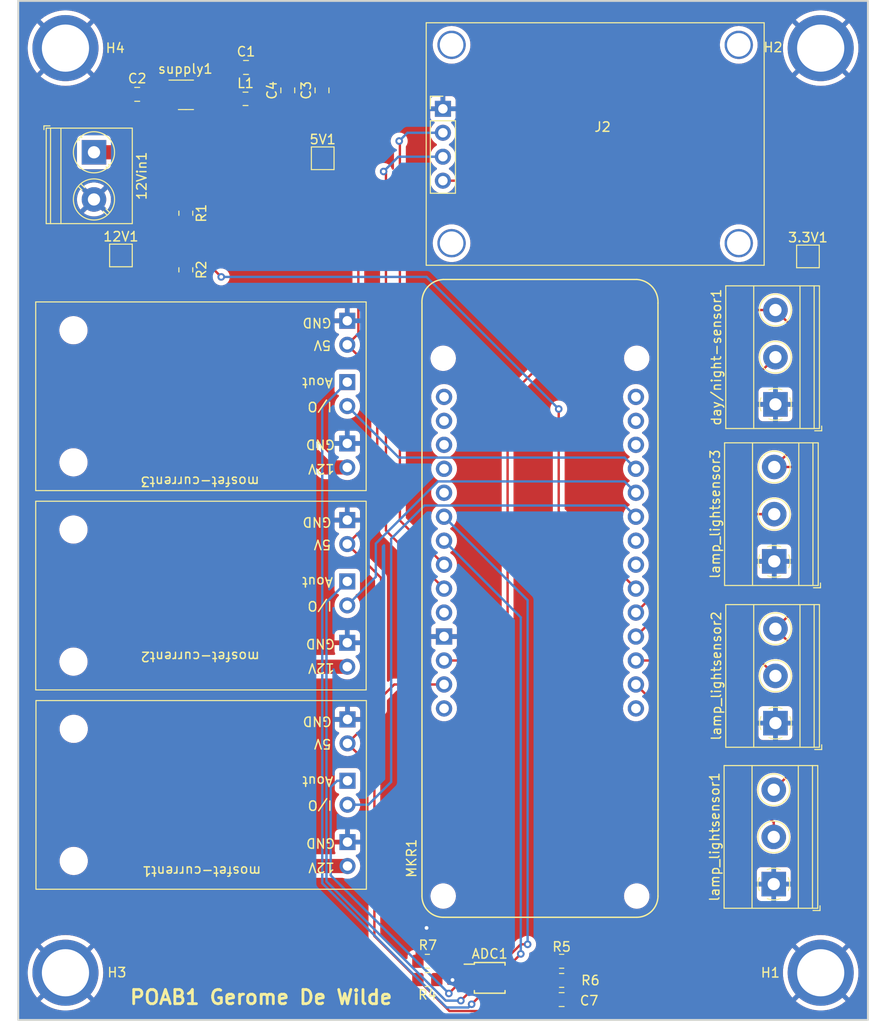
<source format=kicad_pcb>
(kicad_pcb (version 20221018) (generator pcbnew)
  (layers (0 "F.Cu" signal) (31 "B.Cu" signal) (34 "B.Paste" user) (35 "F.Paste" user) (36 "B.SilkS" user "B.Silkscreen") (37 "F.SilkS" user "F.Silkscreen") (38 "B.Mask" user) (39 "F.Mask" user) (44 "Edge.Cuts" user))
  (net 0 "")
  (net 1 "GND")
  (net 2 "VDD")
  (net 3 "VSS")
  (net 4 "/LV3")
  (net 5 "+3.3V")
  (net 6 "/LV2")
  (net 7 "/LV1")
  (net 8 "/LV4")
  (net 9 "Net-(ADC1-ADDR)")
  (net 10 "Net-(ADC1-ALERT{slash}RDY)")
  (net 11 "/SCL")
  (net 12 "/SDA")
  (net 13 "/MF1")
  (net 14 "/CS1")
  (net 15 "/MF2")
  (net 16 "/CS2")
  (net 17 "/MF3")
  (net 18 "/CS3")
  (net 20 "/VM1")
  (net 21 "/TX")
  (net 22 "/RX")
  (net 23 "Net-(supply1-BST)")
  (net 37 "Net-(supply1-SW)")
  (footprint "MountingHole:MountingHole_3.5mm_Pad" (layer "F.Cu") (at 30 153)
    (fp_text reference "H3" (at 5.45 -0.025) (layer "F.SilkS"))
    (fp_text value "MountingHole_Pad")
    (pad "1" thru_hole circle (at 0 0) (size 7 7) (drill 5) (layers "*.Cu" "*.Mask") (net 1 "GND"))
  )
  (footprint "MountingHole:MountingHole_3.5mm_Pad" (layer "F.Cu") (at 110 55)
    (fp_text reference "H2" (at -5.05 -0.075) (layer "F.SilkS"))
    (fp_text value "MountingHole_Pad")
    (pad "1" thru_hole circle (at 0 0) (size 7 7) (drill 5) (layers "*.Cu" "*.Mask") (net 1 "GND"))
  )
  (footprint "Package_SO:TSSOP-10_3x3mm_P0.5mm" (layer "F.Cu") (at 74.939 153.543)
    (fp_text reference "ADC1" (at 0 -2.55) (layer "F.SilkS"))
    (fp_text value "ADS1115IDGS")
    (pad "1" smd rect (at -2.15 -1) (size 1.1 0.25) (layers "F.Cu" "F.Paste" "F.Mask") (net 9 "Net-(ADC1-ADDR)"))
    (pad "2" smd rect (at -2.15 -0.5) (size 1.1 0.25) (layers "F.Cu" "F.Paste" "F.Mask") (net 10 "Net-(ADC1-ALERT{slash}RDY)"))
    (pad "3" smd rect (at -2.15 0) (size 1.1 0.25) (layers "F.Cu" "F.Paste" "F.Mask") (net 1 "GND"))
    (pad "4" smd rect (at -2.15 0.5) (size 1.1 0.25) (layers "F.Cu" "F.Paste" "F.Mask") (net 14 "/CS1"))
    (pad "5" smd rect (at -2.15 1) (size 1.1 0.25) (layers "F.Cu" "F.Paste" "F.Mask") (net 16 "/CS2"))
    (pad "6" smd rect (at 2.15 1) (size 1.1 0.25) (layers "F.Cu" "F.Paste" "F.Mask") (net 18 "/CS3"))
    (pad "7" smd rect (at 2.15 0.5) (size 1.1 0.25) (layers "F.Cu" "F.Paste" "F.Mask"))
    (pad "8" smd rect (at 2.15 0) (size 1.1 0.25) (layers "F.Cu" "F.Paste" "F.Mask") (net 3 "VSS"))
    (pad "9" smd rect (at 2.15 -0.5) (size 1.1 0.25) (layers "F.Cu" "F.Paste" "F.Mask") (net 12 "/SDA"))
    (pad "10" smd rect (at 2.15 -1) (size 1.1 0.25) (layers "F.Cu" "F.Paste" "F.Mask") (net 11 "/SCL"))
  )
  (footprint "Resistor_SMD:R_0805_2012Metric_Pad1.20x1.40mm_HandSolder" (layer "F.Cu") (at 82.559 153.813 180)
    (fp_text reference "R6" (at -3.048 0) (layer "F.SilkS"))
    (fp_text value "R_Small")
    (pad "1" smd roundrect (at -1 0 180) (size 1.2 1.4) (layers "F.Cu" "F.Paste" "F.Mask") (roundrect_rratio 0.2083333333) (net 3 "VSS"))
    (pad "2" smd roundrect (at 1 0 180) (size 1.2 1.4) (layers "F.Cu" "F.Paste" "F.Mask") (roundrect_rratio 0.2083333333) (net 12 "/SDA"))
  )
  (footprint "TerminalBlock_Phoenix:TerminalBlock_Phoenix_MKDS-1,5-3_1x03_P5.00mm_Horizontal" (layer "F.Cu") (at 105.029 143.604 90)
    (fp_text reference "lamp_lightsensor1" (at 5 -6.26 90) (layer "F.SilkS"))
    (fp_text value "Conn_01x03_Pin")
    (pad "1" thru_hole rect (at 0 0 90) (size 2.6 2.6) (drill 1.3) (layers "*.Cu" "*.Mask") (net 1 "GND"))
    (pad "2" thru_hole circle (at 5 0 90) (size 2.6 2.6) (drill 1.3) (layers "*.Cu" "*.Mask") (net 7 "/LV1"))
    (pad "3" thru_hole circle (at 10 0 90) (size 2.6 2.6) (drill 1.3) (layers "*.Cu" "*.Mask") (net 5 "+3.3V"))
  )
  (footprint "TerminalBlock_Phoenix:TerminalBlock_Phoenix_MKDS-1,5-3_1x03_P5.00mm_Horizontal" (layer "F.Cu") (at 105.207 92.757 90)
    (fp_text reference "day/night-sensor1" (at 5 -6.26 90) (layer "F.SilkS"))
    (fp_text value "Conn_01x03_Pin")
    (pad "1" thru_hole rect (at 0 0 90) (size 2.6 2.6) (drill 1.3) (layers "*.Cu" "*.Mask") (net 1 "GND"))
    (pad "2" thru_hole circle (at 5 0 90) (size 2.6 2.6) (drill 1.3) (layers "*.Cu" "*.Mask") (net 8 "/LV4"))
    (pad "3" thru_hole circle (at 10 0 90) (size 2.6 2.6) (drill 1.3) (layers "*.Cu" "*.Mask") (net 5 "+3.3V"))
  )
  (footprint "Resistor_SMD:R_0805_2012Metric_Pad1.20x1.40mm_HandSolder" (layer "F.Cu") (at 42.75 78.5 -90)
    (fp_text reference "R2" (at 0 -1.65 90) (layer "F.SilkS"))
    (fp_text value "10K")
    (pad "1" smd roundrect (at -1 0 270) (size 1.2 1.4) (layers "F.Cu" "F.Paste" "F.Mask") (roundrect_rratio 0.2083333333) (net 20 "/VM1"))
    (pad "2" smd roundrect (at 1 0 270) (size 1.2 1.4) (layers "F.Cu" "F.Paste" "F.Mask") (roundrect_rratio 0.2083333333) (net 1 "GND"))
  )
  (footprint "own_footprints:mosfet-current" (layer "F.Cu") (at 44.35 113.025 180)
    (fp_text reference "mosfet-current2" (at 0.075 -6.46 180 unlocked) (layer "F.SilkS"))
    (fp_text value "~")
    (fp_text user "GND" (at -14.2748 -4.5212 180 unlocked) (layer "F.SilkS") (effects (justify left bottom)))
    (fp_text user "I/O" (at -13.97 -0.508 180 unlocked) (layer "F.SilkS") (effects (justify left bottom)))
    (fp_text user "12V" (at -14.224 -7.112 180 unlocked) (layer "F.SilkS") (effects (justify left bottom)))
    (fp_text user "GND" (at -13.9192 8.382 180 unlocked) (layer "F.SilkS") (effects (justify left bottom)))
    (fp_text user "Aout" (at -14.0716 2.032 180 unlocked) (layer "F.SilkS") (effects (justify left bottom)))
    (fp_text user "5V" (at -13.8684 5.9944 180 unlocked) (layer "F.SilkS") (effects (justify left bottom)))
    (pad "" np_thru_hole circle (at 13.5 -7 180) (size 2.5 2.5) (drill 2.5) (layers "F&B.Cu" "*.Mask"))
    (pad "" np_thru_hole circle (at 13.5 7 180) (size 2.5 2.5) (drill 2.5) (layers "F&B.Cu" "*.Mask"))
    (pad "1" thru_hole oval (at -15.5 -7.54 180) (size 1.7 1.7) (drill 1) (layers "*.Cu" "*.Mask") (net 2 "VDD"))
    (pad "2" thru_hole rect (at -15.5 -5 180) (size 1.7 1.7) (drill 1) (layers "*.Cu" "*.Mask") (net 1 "GND"))
    (pad "3" thru_hole oval (at -15.5 -1.04 180) (size 1.7 1.7) (drill 1) (layers "*.Cu" "*.Mask") (net 15 "/MF2"))
    (pad "4" thru_hole rect (at -15.5 1.5 180) (size 1.7 1.7) (drill 1) (layers "*.Cu" "*.Mask") (net 16 "/CS2"))
    (pad "5" thru_hole oval (at -15.5 5.46 180) (size 1.7 1.7) (drill 1) (layers "*.Cu" "*.Mask") (net 3 "VSS"))
    (pad "6" thru_hole rect (at -15.5 8 180) (size 1.7 1.7) (drill 1) (layers "*.Cu" "*.Mask") (net 1 "GND"))
  )
  (footprint "Capacitor_SMD:C_0805_2012Metric_Pad1.18x1.45mm_HandSolder" (layer "F.Cu") (at 49.125 57.05)
    (fp_text reference "C1" (at 0 -1.68) (layer "F.SilkS"))
    (fp_text value "100nF")
    (pad "1" smd roundrect (at -1.0375 0) (size 1.175 1.45) (layers "F.Cu" "F.Paste" "F.Mask") (roundrect_rratio 0.2127659574) (net 23 "Net-(supply1-BST)"))
    (pad "2" smd roundrect (at 1.0375 0) (size 1.175 1.45) (layers "F.Cu" "F.Paste" "F.Mask") (roundrect_rratio 0.2127659574) (net 37 "Net-(supply1-SW)"))
  )
  (footprint "MountingHole:MountingHole_3.5mm_Pad" (layer "F.Cu") (at 30 55)
    (fp_text reference "H4" (at 5.275 0) (layer "F.SilkS"))
    (fp_text value "MountingHole_Pad")
    (pad "1" thru_hole circle (at 0 0) (size 7 7) (drill 5) (layers "*.Cu" "*.Mask") (net 1 "GND"))
  )
  (footprint "TerminalBlock_Phoenix:TerminalBlock_Phoenix_MKDS-1,5-3_1x03_P5.00mm_Horizontal" (layer "F.Cu") (at 105.207 126.539 90)
    (fp_text reference "lamp_lightsensor2" (at 5 -6.26 90) (layer "F.SilkS"))
    (fp_text value "Conn_01x03_Pin")
    (pad "1" thru_hole rect (at 0 0 90) (size 2.6 2.6) (drill 1.3) (layers "*.Cu" "*.Mask") (net 1 "GND"))
    (pad "2" thru_hole circle (at 5 0 90) (size 2.6 2.6) (drill 1.3) (layers "*.Cu" "*.Mask") (net 6 "/LV2"))
    (pad "3" thru_hole circle (at 10 0 90) (size 2.6 2.6) (drill 1.3) (layers "*.Cu" "*.Mask") (net 5 "+3.3V"))
  )
  (footprint "TestPoint:TestPoint_Pad_2.0x2.0mm" (layer "F.Cu") (at 35.875 76.975)
    (fp_text reference "12V1" (at 0 -1.998) (layer "F.SilkS"))
    (fp_text value "12V")
    (pad "1" smd rect (at 0 0) (size 2 2) (layers "F.Cu" "F.Mask") (net 2 "VDD"))
  )
  (footprint "TerminalBlock_Phoenix:TerminalBlock_Phoenix_PT-1,5-2-5.0-H_1x02_P5.00mm_Horizontal" (layer "F.Cu") (at 33.02 66.04 -90)
    (fp_text reference "12Vin1" (at 2.5 -5.06 -90) (layer "F.SilkS"))
    (fp_text value "Screw_Terminal_01x02")
    (pad "1" thru_hole rect (at 0 0 270) (size 2.6 2.6) (drill 1.3) (layers "*.Cu" "*.Mask") (net 2 "VDD"))
    (pad "2" thru_hole circle (at 5 0 270) (size 2.6 2.6) (drill 1.3) (layers "*.Cu" "*.Mask") (net 1 "GND"))
  )
  (footprint "Inductor_SMD:L_0805_2012Metric_Pad1.15x1.40mm_HandSolder" (layer "F.Cu") (at 49.075 60.375)
    (fp_text reference "L1" (at 0 -1.65) (layer "F.SilkS"))
    (fp_text value "4.7µH")
    (pad "1" smd roundrect (at -1.025 0) (size 1.15 1.4) (layers "F.Cu" "F.Paste" "F.Mask") (roundrect_rratio 0.2173913043) (net 37 "Net-(supply1-SW)"))
    (pad "2" smd roundrect (at 1.025 0) (size 1.15 1.4) (layers "F.Cu" "F.Paste" "F.Mask") (roundrect_rratio 0.2173913043) (net 3 "VSS"))
  )
  (footprint "Resistor_SMD:R_0805_2012Metric_Pad1.20x1.40mm_HandSolder" (layer "F.Cu") (at 68.335 151.781 180)
    (fp_text reference "R7" (at -0.0508 1.7018) (layer "F.SilkS"))
    (fp_text value "R_Small")
    (pad "1" smd roundrect (at -1 0 180) (size 1.2 1.4) (layers "F.Cu" "F.Paste" "F.Mask") (roundrect_rratio 0.2083333333) (net 9 "Net-(ADC1-ADDR)"))
    (pad "2" smd roundrect (at 1 0 180) (size 1.2 1.4) (layers "F.Cu" "F.Paste" "F.Mask") (roundrect_rratio 0.2083333333) (net 1 "GND"))
  )
  (footprint "Capacitor_SMD:C_0805_2012Metric_Pad1.18x1.45mm_HandSolder" (layer "F.Cu") (at 57.175 59.475 90)
    (fp_text reference "C3" (at 0 -1.68 90) (layer "F.SilkS"))
    (fp_text value "22µF")
    (pad "1" smd roundrect (at -1.0375 0 90) (size 1.175 1.45) (layers "F.Cu" "F.Paste" "F.Mask") (roundrect_rratio 0.2127659574) (net 1 "GND"))
    (pad "2" smd roundrect (at 1.0375 0 90) (size 1.175 1.45) (layers "F.Cu" "F.Paste" "F.Mask") (roundrect_rratio 0.2127659574) (net 3 "VSS"))
  )
  (footprint "TerminalBlock_Phoenix:TerminalBlock_Phoenix_MKDS-1,5-3_1x03_P5.00mm_Horizontal" (layer "F.Cu") (at 105.08 109.394 90)
    (fp_text reference "lamp_lightsensor3" (at 5 -6.26 90) (layer "F.SilkS"))
    (fp_text value "Conn_01x03_Pin")
    (pad "1" thru_hole rect (at 0 0 90) (size 2.6 2.6) (drill 1.3) (layers "*.Cu" "*.Mask") (net 1 "GND"))
    (pad "2" thru_hole circle (at 5 0 90) (size 2.6 2.6) (drill 1.3) (layers "*.Cu" "*.Mask") (net 4 "/LV3"))
    (pad "3" thru_hole circle (at 10 0 90) (size 2.6 2.6) (drill 1.3) (layers "*.Cu" "*.Mask") (net 5 "+3.3V"))
  )
  (footprint "own_footprints:mosfet-current" (layer "F.Cu") (at 44.375 134.15 180)
    (fp_text reference "mosfet-current1" (at -0.05 -8.08 180 unlocked) (layer "F.SilkS"))
    (fp_text value "~")
    (fp_text user "Aout" (at -14.0716 2.032 180 unlocked) (layer "F.SilkS") (effects (justify left bottom)))
    (fp_text user "5V" (at -13.8684 5.9944 180 unlocked) (layer "F.SilkS") (effects (justify left bottom)))
    (fp_text user "GND" (at -13.9192 8.382 180 unlocked) (layer "F.SilkS") (effects (justify left bottom)))
    (fp_text user "GND" (at -14.2748 -4.5212 180 unlocked) (layer "F.SilkS") (effects (justify left bottom)))
    (fp_text user "I/O" (at -13.97 -0.508 180 unlocked) (layer "F.SilkS") (effects (justify left bottom)))
    (fp_text user "12V" (at -14.224 -7.112 180 unlocked) (layer "F.SilkS") (effects (justify left bottom)))
    (pad "" np_thru_hole circle (at 13.5 -7 180) (size 2.5 2.5) (drill 2.5) (layers "F&B.Cu" "*.Mask"))
    (pad "" np_thru_hole circle (at 13.5 7 180) (size 2.5 2.5) (drill 2.5) (layers "F&B.Cu" "*.Mask"))
    (pad "1" thru_hole oval (at -15.5 -7.54 180) (size 1.7 1.7) (drill 1) (layers "*.Cu" "*.Mask") (net 2 "VDD"))
    (pad "2" thru_hole rect (at -15.5 -5 180) (size 1.7 1.7) (drill 1) (layers "*.Cu" "*.Mask") (net 1 "GND"))
    (pad "3" thru_hole oval (at -15.5 -1.04 180) (size 1.7 1.7) (drill 1) (layers "*.Cu" "*.Mask") (net 13 "/MF1"))
    (pad "4" thru_hole rect (at -15.5 1.5 180) (size 1.7 1.7) (drill 1) (layers "*.Cu" "*.Mask") (net 14 "/CS1"))
    (pad "5" thru_hole oval (at -15.5 5.46 180) (size 1.7 1.7) (drill 1) (layers "*.Cu" "*.Mask") (net 3 "VSS"))
    (pad "6" thru_hole rect (at -15.5 8 180) (size 1.7 1.7) (drill 1) (layers "*.Cu" "*.Mask") (net 1 "GND"))
  )
  (footprint "Resistor_SMD:R_0805_2012Metric_Pad1.20x1.40mm_HandSolder" (layer "F.Cu") (at 42.75 72.5 -90)
    (fp_text reference "R1" (at 0 -1.65 90) (layer "F.SilkS"))
    (fp_text value "36K")
    (pad "1" smd roundrect (at -1 0 270) (size 1.2 1.4) (layers "F.Cu" "F.Paste" "F.Mask") (roundrect_rratio 0.2083333333) (net 2 "VDD"))
    (pad "2" smd roundrect (at 1 0 270) (size 1.2 1.4) (layers "F.Cu" "F.Paste" "F.Mask") (roundrect_rratio 0.2083333333) (net 20 "/VM1"))
  )
  (footprint "Resistor_SMD:R_0805_2012Metric_Pad1.20x1.40mm_HandSolder" (layer "F.Cu") (at 68.335 153.7208)
    (fp_text reference "R4" (at 0 1.6162) (layer "F.SilkS"))
    (fp_text value "R_Small")
    (pad "1" smd roundrect (at -1 0) (size 1.2 1.4) (layers "F.Cu" "F.Paste" "F.Mask") (roundrect_rratio 0.2083333333) (net 3 "VSS"))
    (pad "2" smd roundrect (at 1 0) (size 1.2 1.4) (layers "F.Cu" "F.Paste" "F.Mask") (roundrect_rratio 0.2083333333) (net 10 "Net-(ADC1-ALERT{slash}RDY)"))
  )
  (footprint "TestPoint:TestPoint_Pad_2.0x2.0mm" (layer "F.Cu") (at 57.25 66.675)
    (fp_text reference "5V1" (at 0 -1.998) (layer "F.SilkS"))
    (fp_text value "5V")
    (pad "1" smd rect (at 0 0) (size 2 2) (layers "F.Cu" "F.Mask") (net 3 "VSS"))
  )
  (footprint "Capacitor_SMD:C_0805_2012Metric_Pad1.18x1.45mm_HandSolder" (layer "F.Cu") (at 37.6 59.9)
    (fp_text reference "C2" (at 0 -1.68) (layer "F.SilkS"))
    (fp_text value "10µF")
    (pad "1" smd roundrect (at -1.0375 0) (size 1.175 1.45) (layers "F.Cu" "F.Paste" "F.Mask") (roundrect_rratio 0.2127659574) (net 1 "GND"))
    (pad "2" smd roundrect (at 1.0375 0) (size 1.175 1.45) (layers "F.Cu" "F.Paste" "F.Mask") (roundrect_rratio 0.2127659574) (net 2 "VDD"))
  )
  (footprint "MountingHole:MountingHole_3.5mm_Pad" (layer "F.Cu") (at 110 153)
    (fp_text reference "H1" (at -5.334 0) (layer "F.SilkS"))
    (fp_text value "MountingHole_Pad")
    (pad "1" thru_hole circle (at 0 0) (size 7 7) (drill 5) (layers "*.Cu" "*.Mask") (net 1 "GND"))
  )
  (footprint "own_footprints:GYS-GPS" (layer "F.Cu") (at 86.112 65.165)
    (fp_text reference "J2" (at 0.7874 -1.8062 unlocked) (layer "F.SilkS"))
    (fp_text value "GPS")
    (pad "" np_thru_hole circle (at -15.21 -10.51) (size 3 3) (drill 2.5) (layers "F&B.Cu" "*.Mask"))
    (pad "" np_thru_hole circle (at -15.21 10.51) (size 3 3) (drill 2.5) (layers "F&B.Cu" "*.Mask"))
    (pad "" np_thru_hole circle (at 15.21 -10.51) (size 3 3) (drill 2.5) (layers "F&B.Cu" "*.Mask"))
    (pad "" np_thru_hole circle (at 15.21 10.51) (size 3 3) (drill 2.5) (layers "F&B.Cu" "*.Mask"))
    (pad "1" thru_hole rect (at -16.129 -3.7338) (size 1.7 1.7) (drill 1) (layers "*.Cu" "*.Mask") (net 1 "GND"))
    (pad "2" thru_hole oval (at -16.129 -1.1938) (size 1.7 1.7) (drill 1) (layers "*.Cu" "*.Mask") (net 21 "/TX"))
    (pad "3" thru_hole oval (at -16.129 1.3462) (size 1.7 1.7) (drill 1) (layers "*.Cu" "*.Mask") (net 22 "/RX"))
    (pad "4" thru_hole oval (at -16.129 3.8862) (size 1.7 1.7) (drill 1) (layers "*.Cu" "*.Mask") (net 5 "+3.3V"))
  )
  (footprint "own_footprints:mosfet-current" (layer "F.Cu") (at 44.35 91.9 180)
    (fp_text reference "mosfet-current3" (at 0.1 -9.025 180 unlocked) (layer "F.SilkS"))
    (fp_text value "~")
    (fp_text user "5V" (at -13.8684 5.9944 180 unlocked) (layer "F.SilkS") (effects (justify left bottom)))
    (fp_text user "12V" (at -14.224 -7.112 180 unlocked) (layer "F.SilkS") (effects (justify left bottom)))
    (fp_text user "Aout" (at -14.0716 2.032 180 unlocked) (layer "F.SilkS") (effects (justify left bottom)))
    (fp_text user "GND" (at -14.2748 -4.5212 180 unlocked) (layer "F.SilkS") (effects (justify left bottom)))
    (fp_text user "GND" (at -13.9192 8.382 180 unlocked) (layer "F.SilkS") (effects (justify left bottom)))
    (fp_text user "I/O" (at -13.97 -0.508 180 unlocked) (layer "F.SilkS") (effects (justify left bottom)))
    (pad "" np_thru_hole circle (at 13.5 -7 180) (size 2.5 2.5) (drill 2.5) (layers "F&B.Cu" "*.Mask"))
    (pad "" np_thru_hole circle (at 13.5 7 180) (size 2.5 2.5) (drill 2.5) (layers "F&B.Cu" "*.Mask"))
    (pad "1" thru_hole oval (at -15.5 -7.54 180) (size 1.7 1.7) (drill 1) (layers "*.Cu" "*.Mask") (net 2 "VDD"))
    (pad "2" thru_hole rect (at -15.5 -5 180) (size 1.7 1.7) (drill 1) (layers "*.Cu" "*.Mask") (net 1 "GND"))
    (pad "3" thru_hole oval (at -15.5 -1.04 180) (size 1.7 1.7) (drill 1) (layers "*.Cu" "*.Mask") (net 17 "/MF3"))
    (pad "4" thru_hole rect (at -15.5 1.5 180) (size 1.7 1.7) (drill 1) (layers "*.Cu" "*.Mask") (net 18 "/CS3"))
    (pad "5" thru_hole oval (at -15.5 5.46 180) (size 1.7 1.7) (drill 1) (layers "*.Cu" "*.Mask") (net 3 "VSS"))
    (pad "6" thru_hole rect (at -15.5 8 180) (size 1.7 1.7) (drill 1) (layers "*.Cu" "*.Mask") (net 1 "GND"))
  )
  (footprint "own_footprints:Arduino_MKR_FOX_1200_Socket" (layer "F.Cu") (at 70.014 144.871 90)
    (fp_text reference "MKR1" (at 4 -3.35 90 unlocked) (layer "F.SilkS"))
    (fp_text value "Arduino_MKR_WAN_1300_Socket")
    (pad "" np_thru_hole circle (at 0 0 90) (size 2.2 2.2) (drill 2.2) (layers "F&B.Cu" "*.Mask"))
    (pad "" np_thru_hole circle (at 0 20.5 90) (size 2.2 2.2) (drill 2.2) (layers "F&B.Cu" "*.Mask"))
    (pad "" np_thru_hole circle (at 57 0 90) (size 2.2 2.2) (drill 2.2) (layers "F&B.Cu" "*.Mask"))
    (pad "" np_thru_hole circle (at 57 20.5 90) (size 2.2 2.2) (drill 2.2) (layers "F&B.Cu" "*.Mask"))
    (pad "3V3" thru_hole circle (at 24.9648 0.09 90) (size 1.7272 1.7272) (drill 1.016) (layers "*.Cu" "*.Mask") (net 5 "+3.3V"))
    (pad "5V" thru_hole circle (at 19.8848 0.09 90) (size 1.7272 1.7272) (drill 1.016) (layers "*.Cu" "*.Mask"))
    (pad "A0" thru_hole circle (at 22.4248 20.41 90) (size 1.7272 1.7272) (drill 1.016) (layers "*.Cu" "*.Mask") (net 7 "/LV1"))
    (pad "A1" thru_hole circle (at 24.9648 20.41 90) (size 1.7272 1.7272) (drill 1.016) (layers "*.Cu" "*.Mask") (net 6 "/LV2"))
    (pad "A2" thru_hole circle (at 27.5048 20.41 90) (size 1.7272 1.7272) (drill 1.016) (layers "*.Cu" "*.Mask") (net 4 "/LV3"))
    (pad "A3" thru_hole circle (at 30.0448 20.41 90) (size 1.7272 1.7272) (drill 1.016) (layers "*.Cu" "*.Mask") (net 8 "/LV4"))
    (pad "A4" thru_hole circle (at 32.5848 20.41 90) (size 1.7272 1.7272) (drill 1.016) (layers "*.Cu" "*.Mask") (net 20 "/VM1"))
    (pad "A5" thru_hole circle (at 35.1248 20.41 90) (size 1.7272 1.7272) (drill 1.016) (layers "*.Cu" "*.Mask"))
    (pad "A6" thru_hole circle (at 37.6648 20.41 90) (size 1.7272 1.7272) (drill 1.016) (layers "*.Cu" "*.Mask"))
    (pad "AREF" thru_hole circle (at 19.8848 20.41 90) (size 1.7272 1.7272) (drill 1.016) (layers "*.Cu" "*.Mask"))
    (pad "D0" thru_hole circle (at 40.2048 20.41 90) (size 1.7272 1.7272) (drill 1.016) (layers "*.Cu" "*.Mask") (net 13 "/MF1"))
    (pad "D1" thru_hole circle (at 42.7448 20.41 90) (size 1.7272 1.7272) (drill 1.016) (layers "*.Cu" "*.Mask") (net 15 "/MF2"))
    (pad "D2" thru_hole circle (at 45.2848 20.41 90) (size 1.7272 1.7272) (drill 1.016) (layers "*.Cu" "*.Mask") (net 17 "/MF3"))
    (pad "D3" thru_hole circle (at 47.8248 20.41 90) (size 1.7272 1.7272) (drill 1.016) (layers "*.Cu" "*.Mask"))
    (pad "D4" thru_hole circle (at 50.3648 20.41 90) (size 1.7272 1.7272) (drill 1.016) (layers "*.Cu" "*.Mask"))
    (pad "D5" thru_hole circle (at 52.9048 20.41 90) (size 1.7272 1.7272) (drill 1.016) (layers "*.Cu" "*.Mask"))
    (pad "D6" thru_hole circle (at 52.9048 0.09 90) (size 1.7272 1.7272) (drill 1.016) (layers "*.Cu" "*.Mask"))
    (pad "D7" thru_hole circle (at 50.3648 0.09 90) (size 1.7272 1.7272) (drill 1.016) (layers "*.Cu" "*.Mask"))
    (pad "D8" thru_hole circle (at 47.8248 0.09 90) (size 1.7272 1.7272) (drill 1.016) (layers "*.Cu" "*.Mask"))
    (pad "D9" thru_hole circle (at 45.2848 0.09 90) (size 1.7272 1.7272) (drill 1.016) (layers "*.Cu" "*.Mask"))
    (pad "D10" thru_hole circle (at 42.7448 0.09 90) (size 1.7272 1.7272) (drill 1.016) (layers "*.Cu" "*.Mask"))
    (pad "D11" thru_hole circle (at 40.2048 0.09 90) (size 1.7272 1.7272) (drill 1.016) (layers "*.Cu" "*.Mask") (net 12 "/SDA"))
    (pad "D12" thru_hole circle (at 37.6648 0.09 90) (size 1.7272 1.7272) (drill 1.016) (layers "*.Cu" "*.Mask") (net 11 "/SCL"))
    (pad "D13" thru_hole circle (at 35.1248 0.09 90) (size 1.7272 1.7272) (drill 1.016) (layers "*.Cu" "*.Mask") (net 21 "/TX"))
    (pad "D14" thru_hole circle (at 32.5848 0.09 90) (size 1.7272 1.7272) (drill 1.016) (layers "*.Cu" "*.Mask") (net 22 "/RX"))
    (pad "GND" thru_hole rect (at 27.5048 0.09 90) (size 1.7272 1.7272) (drill 1.016) (layers "*.Cu" "*.Mask") (net 1 "GND"))
    (pad "RST" thru_hole circle (at 30.0448 0.09 90) (size 1.7272 1.7272) (drill 1.016) (layers "*.Cu" "*.Mask"))
    (pad "VIN" thru_hole circle (at 22.4248 0.09 90) (size 1.7272 1.7272) (drill 1.016) (layers "*.Cu" "*.Mask") (net 3 "VSS"))
  )
  (footprint "Capacitor_SMD:C_0805_2012Metric_Pad1.18x1.45mm_HandSolder" (layer "F.Cu") (at 53.55 59.475 90)
    (fp_text reference "C4" (at 0 -1.68 90) (layer "F.SilkS"))
    (fp_text value "22µF")
    (pad "1" smd roundrect (at -1.0375 0 90) (size 1.175 1.45) (layers "F.Cu" "F.Paste" "F.Mask") (roundrect_rratio 0.2127659574) (net 1 "GND"))
    (pad "2" smd roundrect (at 1.0375 0 90) (size 1.175 1.45) (layers "F.Cu" "F.Paste" "F.Mask") (roundrect_rratio 0.2127659574) (net 3 "VSS"))
  )
  (footprint "Package_TO_SOT_SMD:TSOT-23-6" (layer "F.Cu") (at 42.7625 59.95)
    (fp_text reference "supply1" (at -0.0625 -2.75) (layer "F.SilkS"))
    (fp_text value "AP63205WU")
    (pad "1" smd roundrect (at -1.1375 -0.95) (size 1.325 0.6) (layers "F.Cu" "F.Paste" "F.Mask"))
    (pad "2" smd roundrect (at -1.1375 0) (size 1.325 0.6) (layers "F.Cu" "F.Paste" "F.Mask") (net 2 "VDD"))
    (pad "3" smd roundrect (at -1.1375 0.95) (size 1.325 0.6) (layers "F.Cu" "F.Paste" "F.Mask") (net 2 "VDD"))
    (pad "4" smd roundrect (at 1.1375 0.95) (size 1.325 0.6) (layers "F.Cu" "F.Paste" "F.Mask") (net 1 "GND"))
    (pad "5" smd roundrect (at 1.1375 0) (size 1.325 0.6) (layers "F.Cu" "F.Paste" "F.Mask") (net 37 "Net-(supply1-SW)"))
    (pad "6" smd roundrect (at 1.1375 -0.95) (size 1.325 0.6) (layers "F.Cu" "F.Paste" "F.Mask") (net 23 "Net-(supply1-BST)"))
  )
  (footprint "TestPoint:TestPoint_Pad_2.0x2.0mm" (layer "F.Cu") (at 108.65 77.075)
    (fp_text reference "3.3V1" (at 0 -1.998) (layer "F.SilkS"))
    (fp_text value "3.3V")
    (pad "1" smd rect (at 0 0) (size 2 2) (layers "F.Cu" "F.Mask") (net 5 "+3.3V"))
  )
  (footprint "Capacitor_SMD:C_0805_2012Metric_Pad1.18x1.45mm_HandSolder" (layer "F.Cu") (at 82.559 155.845 180)
    (fp_text reference "C7" (at -2.912 -0.111) (layer "F.SilkS"))
    (fp_text value "1µF")
    (pad "1" smd roundrect (at -1.0375 0 180) (size 1.175 1.45) (layers "F.Cu" "F.Paste" "F.Mask") (roundrect_rratio 0.2127659574) (net 1 "GND"))
    (pad "2" smd roundrect (at 1.0375 0 180) (size 1.175 1.45) (layers "F.Cu" "F.Paste" "F.Mask") (roundrect_rratio 0.2127659574) (net 3 "VSS"))
  )
  (footprint "Resistor_SMD:R_0805_2012Metric_Pad1.20x1.40mm_HandSolder" (layer "F.Cu") (at 82.559 151.781 180)
    (fp_text reference "R5" (at 0 1.524) (layer "F.SilkS"))
    (fp_text value "R_Small")
    (pad "1" smd roundrect (at -1 0 180) (size 1.2 1.4) (layers "F.Cu" "F.Paste" "F.Mask") (roundrect_rratio 0.2083333333) (net 3 "VSS"))
    (pad "2" smd roundrect (at 1 0 180) (size 1.2 1.4) (layers "F.Cu" "F.Paste" "F.Mask") (roundrect_rratio 0.2083333333) (net 11 "/SCL"))
  )
  (gr_rect (start 25 50) (end 115 158) (stroke (width 0.2)) (fill none) (layer "Edge.Cuts"))
  (gr_text "POAB1 Gerome De Wilde\n" (at 36.675 156.475) (layer "F.SilkS") (effects (font (size 1.5 1.5) (thickness 0.3) bold) (justify left bottom)))
  (segment (start 67.335 149.165) (end 68.25 148.25) (width 0.25) (layer "F.Cu") (net 1))
  (segment (start 71.2245 153.543) (end 71 153.7675) (width 0.25) (layer "F.Cu") (net 1))
  (segment (start 67.335 151.781) (end 67.335 149.165) (width 0.25) (layer "F.Cu") (net 1))
  (segment (start 72.789 153.543) (end 71.2245 153.543) (width 0.25) (layer "F.Cu") (net 1))
  (via (at 68.25 148.25) (size 0.8) (drill 0.4) (layers "F.Cu" "B.Cu") (net 1))
  (via (at 71 153.7675) (size 0.8) (drill 0.4) (layers "F.Cu" "B.Cu") (net 1))
  (segment (start 39.075 80.6) (end 39.075 74.6) (width 1.5) (layer "F.Cu") (net 2))
  (segment (start 54.065 141.69) (end 39.075 126.7) (width 1.5) (layer "F.Cu") (net 2))
  (segment (start 38.6375 59.9) (end 38.6375 64.6925) (width 0.5) (layer "F.Cu") (net 2))
  (segment (start 41.625 60.9) (end 41.625 59.95) (width 0.5) (layer "F.Cu") (net 2))
  (segment (start 39.075 126.7) (end 39.075 108.85) (width 1.5) (layer "F.Cu") (net 2))
  (segment (start 39.075 108.85) (end 39.075 80.6) (width 1.5) (layer "F.Cu") (net 2))
  (segment (start 59.875 141.69) (end 54.065 141.69) (width 1.5) (layer "F.Cu") (net 2))
  (segment (start 57.59 99.44) (end 39.075 80.925) (width 1.5) (layer "F.Cu") (net 2))
  (segment (start 59.85 120.565) (end 50.79 120.565) (width 1.5) (layer "F.Cu") (net 2))
  (segment (start 37.29 66.04) (end 39.075 67.825) (width 1.5) (layer "F.Cu") (net 2))
  (segment (start 39.075 80.925) (end 39.075 80.6) (width 0.5) (layer "F.Cu") (net 2))
  (segment (start 38.6375 59.9) (end 41.575 59.9) (width 0.5) (layer "F.Cu") (net 2))
  (segment (start 38.6375 64.6925) (end 37.29 66.04) (width 0.5) (layer "F.Cu") (net 2))
  (segment (start 50.79 120.565) (end 39.075 108.85) (width 1.5) (layer "F.Cu") (net 2))
  (segment (start 33.02 66.04) (end 37.29 66.04) (width 1.5) (layer "F.Cu") (net 2))
  (segment (start 39.075 74.6) (end 39.075 67.825) (width 1.5) (layer "F.Cu") (net 2))
  (segment (start 36.7 76.975) (end 39.075 74.6) (width 1.5) (layer "F.Cu") (net 2))
  (segment (start 35.875 76.975) (end 36.7 76.975) (width 0.5) (layer "F.Cu") (net 2))
  (segment (start 41.575 59.9) (end 41.625 59.95) (width 0.25) (layer "F.Cu") (net 2))
  (segment (start 59.85 99.44) (end 57.59 99.44) (width 1.5) (layer "F.Cu") (net 2))
  (segment (start 42.75 71.5) (end 39.075 67.825) (width 0.5) (layer "F.Cu") (net 2))
  (segment (start 81.5215 155.845) (end 79.2195 153.543) (width 0.25) (layer "F.Cu") (net 3))
  (segment (start 70.6762 157.062) (end 67.335 153.7208) (width 0.25) (layer "F.Cu") (net 3))
  (segment (start 63.425 125.14) (end 59.875 128.69) (width 0.25) (layer "F.Cu") (net 3))
  (segment (start 52.0375 58.4375) (end 50.1 60.375) (width 0.25) (layer "F.Cu") (net 3))
  (segment (start 63.425 111.14) (end 63.425 123.85) (width 0.25) (layer "F.Cu") (net 3))
  (segment (start 61.025 70.45) (end 61.025 85.265) (width 0.25) (layer "F.Cu") (net 3))
  (segment (start 83.5535 153.813) (end 81.5215 155.845) (width 0.25) (layer "F.Cu") (net 3))
  (segment (start 83.559 153.813) (end 83.5535 153.813) (width 0.25) (layer "F.Cu") (net 3))
  (segment (start 53.55 58.4375) (end 52.0375 58.4375) (width 0.25) (layer "F.Cu") (net 3))
  (segment (start 64.8288 122.4462) (end 63.425 123.85) (width 0.25) (layer "F.Cu") (net 3))
  (segment (start 83.559 153.813) (end 83.559 151.781) (width 0.25) (layer "F.Cu") (net 3))
  (segment (start 62.725 131.54) (end 62.725 149.1108) (width 0.25) (layer "F.Cu") (net 3))
  (segment (start 61.025 85.265) (end 59.85 86.44) (width 0.25) (layer "F.Cu") (net 3))
  (segment (start 79.2195 153.543) (end 77.089 153.543) (width 0.25) (layer "F.Cu") (net 3))
  (segment (start 59.85 86.44) (end 63.025 89.615) (width 0.25) (layer "F.Cu") (net 3))
  (segment (start 81.5215 155.845) (end 80.3045 157.062) (width 0.25) (layer "F.Cu") (net 3))
  (segment (start 59.85 107.565) (end 63.425 111.14) (width 0.25) (layer "F.Cu") (net 3))
  (segment (start 63.025 89.615) (end 63.025 104.39) (width 0.25) (layer "F.Cu") (net 3))
  (segment (start 57.175 58.4375) (end 53.55 58.4375) (width 0.25) (layer "F.Cu") (net 3))
  (segment (start 80.3045 157.062) (end 70.6762 157.062) (width 0.25) (layer "F.Cu") (net 3))
  (segment (start 57.25 66.675) (end 61.025 70.45) (width 0.25) (layer "F.Cu") (net 3))
  (segment (start 58.225 65.7) (end 57.25 66.675) (width 0.25) (layer "F.Cu") (net 3))
  (segment (start 63.025 104.39) (end 59.85 107.565) (width 0.25) (layer "F.Cu") (net 3))
  (segment (start 58.225 59.4875) (end 58.225 65.7) (width 0.25) (layer "F.Cu") (net 3))
  (segment (start 57.175 58.4375) (end 58.225 59.4875) (width 0.25) (layer "F.Cu") (net 3))
  (segment (start 62.725 149.1108) (end 67.335 153.7208) (width 0.25) (layer "F.Cu") (net 3))
  (segment (start 63.425 123.85) (end 63.425 125.14) (width 0.25) (layer "F.Cu") (net 3))
  (segment (start 70.104 122.4462) (end 64.8288 122.4462) (width 0.25) (layer "F.Cu") (net 3))
  (segment (start 59.875 128.69) (end 62.725 131.54) (width 0.25) (layer "F.Cu") (net 3))
  (segment (start 101.346 104.394) (end 105.08 104.394) (width 0.25) (layer "F.Cu") (net 4))
  (segment (start 98.552 107.188) (end 101.346 104.394) (width 0.25) (layer "F.Cu") (net 4))
  (segment (start 90.424 117.3662) (end 98.552 109.2382) (width 0.25) (layer "F.Cu") (net 4))
  (segment (start 98.552 109.2382) (end 98.552 107.188) (width 0.25) (layer "F.Cu") (net 4))
  (segment (start 72.4472 69.0512) (end 86.153 82.757) (width 0.25) (layer "F.Cu") (net 5))
  (segment (start 105.08 99.394) (end 108.839 95.635) (width 0.25) (layer "F.Cu") (net 5))
  (segment (start 69.983 69.0512) (end 72.4472 69.0512) (width 0.25) (layer "F.Cu") (net 5))
  (segment (start 74.0228 119.9062) (end 70.104 119.9062) (width 0.25) (layer "F.Cu") (net 5))
  (segment (start 107.141 99.394) (end 105.08 99.394) (width 0.25) (layer "F.Cu") (net 5))
  (segment (start 108.077 130.556) (end 108.077 119.409) (width 0.25) (layer "F.Cu") (net 5))
  (segment (start 108.839 95.635) (end 108.839 86.389) (width 0.25) (layer "F.Cu") (net 5))
  (segment (start 108.6 77.025) (end 103.482 77.025) (width 0.25) (layer "F.Cu") (net 5))
  (segment (start 76.835 117.094) (end 74.0228 119.9062) (width 0.25) (layer "F.Cu") (net 5))
  (segment (start 105.207 116.539) (end 109.093 112.653) (width 0.25) (layer "F.Cu") (net 5))
  (segment (start 109.093 112.653) (end 109.093 101.346) (width 0.25) (layer "F.Cu") (net 5))
  (segment (start 86.153 82.757) (end 76.835 92.075) (width 0.25) (layer "F.Cu") (net 5))
  (segment (start 108.65 77.075) (end 108.6 77.025) (width 0.25) (layer "F.Cu") (net 5))
  (segment (start 97.75 82.757) (end 86.153 82.757) (width 0.25) (layer "F.Cu") (net 5))
  (segment (start 103.482 77.025) (end 97.75 82.757) (width 0.25) (layer "F.Cu") (net 5))
  (segment (start 105.029 133.604) (end 108.077 130.556) (width 0.25) (layer "F.Cu") (net 5))
  (segment (start 108.839 86.389) (end 105.207 82.757) (width 0.25) (layer "F.Cu") (net 5))
  (segment (start 108.077 119.409) (end 105.207 116.539) (width 0.25) (layer "F.Cu") (net 5))
  (segment (start 76.835 92.075) (end 76.835 117.094) (width 0.25) (layer "F.Cu") (net 5))
  (segment (start 105.207 82.757) (end 97.75 82.757) (width 0.25) (layer "F.Cu") (net 5))
  (segment (start 109.093 101.346) (end 107.141 99.394) (width 0.25) (layer "F.Cu") (net 5))
  (segment (start 103.5742 119.9062) (end 105.207 121.539) (width 0.25) (layer "F.Cu") (net 6))
  (segment (start 90.424 119.9062) (end 103.5742 119.9062) (width 0.25) (layer "F.Cu") (net 6))
  (segment (start 105.029 137.0512) (end 90.424 122.4462) (width 0.25) (layer "F.Cu") (net 7))
  (segment (start 105.029 138.604) (end 105.029 137.0512) (width 0.25) (layer "F.Cu") (net 7))
  (segment (start 97.028 108.2222) (end 90.424 114.8262) (width 0.25) (layer "F.Cu") (net 8))
  (segment (start 101.219 91.694) (end 97.028 95.885) (width 0.25) (layer "F.Cu") (net 8))
  (segment (start 105.207 87.757) (end 101.27 91.694) (width 0.25) (layer "F.Cu") (net 8))
  (segment (start 97.028 95.885) (end 97.028 108.2222) (width 0.25) (layer "F.Cu") (net 8))
  (segment (start 101.27 91.694) (end 101.219 91.694) (width 0.25) (layer "F.Cu") (net 8))
  (segment (start 70.097 152.543) (end 72.789 152.543) (width 0.25) (layer "F.Cu") (net 9))
  (segment (start 69.335 151.781) (end 70.097 152.543) (width 0.25) (layer "F.Cu") (net 9))
  (segment (start 70.0128 153.043) (end 72.789 153.043) (width 0.25) (layer "F.Cu") (net 10))
  (segment (start 69.335 153.7208) (end 70.0128 153.043) (width 0.25) (layer "F.Cu") (net 10))
  (segment (start 77.089 152.146) (end 78.232 151.003) (width 0.25) (layer "F.Cu") (net 11))
  (segment (start 77.089 152.543) (end 77.089 152.146) (width 0.25) (layer "F.Cu") (net 11))
  (segment (start 81.559 151.781) (end 80.797 152.543) (width 0.25) (layer "F.Cu") (net 11))
  (segment (start 80.797 152.543) (end 77.089 152.543) (width 0.25) (layer "F.Cu") (net 11))
  (via (at 78.232 151.003) (size 0.8) (drill 0.4) (layers "F.Cu" "B.Cu") (net 11))
  (segment (start 78.232 115.3342) (end 70.104 107.2062) (width 0.25) (layer "B.Cu") (net 11))
  (segment (start 78.232 151.003) (end 78.232 115.3342) (width 0.25) (layer "B.Cu") (net 11))
  (segment (start 76.264 153.043) (end 76.214 152.993) (width 0.25) (layer "F.Cu") (net 12))
  (segment (start 80.789 153.043) (end 77.089 153.043) (width 0.25) (layer "F.Cu") (net 12))
  (segment (start 76.214 152.993) (end 76.214 151.995695) (width 0.25) (layer "F.Cu") (net 12))
  (segment (start 76.214 151.995695) (end 78.222695 149.987) (width 0.25) (layer "F.Cu") (net 12))
  (segment (start 77.089 153.043) (end 76.264 153.043) (width 0.25) (layer "F.Cu") (net 12))
  (segment (start 81.559 153.813) (end 80.789 153.043) (width 0.25) (layer "F.Cu") (net 12))
  (segment (start 78.222695 149.987) (end 78.9565 149.987) (width 0.25) (layer "F.Cu") (net 12))
  (via (at 78.9565 149.987) (size 0.8) (drill 0.4) (layers "F.Cu" "B.Cu") (net 12))
  (segment (start 78.9565 113.5187) (end 70.104 104.6662) (width 0.25) (layer "B.Cu") (net 12))
  (segment (start 78.9565 149.987) (end 78.9565 113.5187) (width 0.25) (layer "B.Cu") (net 12))
  (segment (start 64.5 107) (end 64.5 132.775) (width 0.25) (layer "B.Cu") (net 13))
  (segment (start 89.2354 103.4776) (end 68.0224 103.4776) (width 0.25) (layer "B.Cu") (net 13))
  (segment (start 68.0224 103.4776) (end 64.5 107) (width 0.25) (layer "B.Cu") (net 13))
  (segment (start 64.5 132.775) (end 62.085 135.19) (width 0.25) (layer "B.Cu") (net 13))
  (segment (start 62.085 135.19) (end 59.875 135.19) (width 0.25) (layer "B.Cu") (net 13))
  (segment (start 90.424 104.6662) (end 89.2354 103.4776) (width 0.25) (layer "B.Cu") (net 13))
  (segment (start 71.763 154.043) (end 70.612 155.194) (width 0.25) (layer "F.Cu") (net 14))
  (segment (start 72.789 154.043) (end 71.763 154.043) (width 0.25) (layer "F.Cu") (net 14))
  (via (at 70.612 155.194) (size 0.8) (drill 0.4) (layers "F.Cu" "B.Cu") (net 14))
  (segment (start 59.875 132.65) (end 58.775 132.65) (width 0.25) (layer "B.Cu") (net 14))
  (segment (start 58.1 133.325) (end 58.1 142.682) (width 0.25) (layer "B.Cu") (net 14))
  (segment (start 58.775 132.65) (end 58.1 133.325) (width 0.25) (layer "B.Cu") (net 14))
  (segment (start 58.1 142.682) (end 70.612 155.194) (width 0.25) (layer "B.Cu") (net 14))
  (segment (start 62.875 107.511465) (end 69.461465 100.925) (width 0.25) (layer "B.Cu") (net 15))
  (segment (start 59.85 114.065) (end 62.875 111.04) (width 0.25) (layer "B.Cu") (net 15))
  (segment (start 62.875 111.04) (end 62.875 107.511465) (width 0.25) (layer "B.Cu") (net 15))
  (segment (start 69.461465 100.925) (end 89.2228 100.925) (width 0.25) (layer "B.Cu") (net 15))
  (segment (start 89.2228 100.925) (end 90.424 102.1262) (width 0.25) (layer "B.Cu") (net 15))
  (segment (start 72.789 154.543) (end 72.789 155.049) (width 0.25) (layer "F.Cu") (net 16))
  (segment (start 72.789 155.049) (end 71.882 155.956) (width 0.25) (layer "F.Cu") (net 16))
  (via (at 71.882 155.956) (size 0.8) (drill 0.4) (layers "F.Cu" "B.Cu") (net 16))
  (segment (start 70.281 155.956) (end 71.882 155.956) (width 0.25) (layer "B.Cu") (net 16))
  (segment (start 57.65 143.325) (end 70.281 155.956) (width 0.25) (layer "B.Cu") (net 16))
  (segment (start 59.85 111.525) (end 57.65 113.725) (width 0.25) (layer "B.Cu") (net 16))
  (segment (start 57.65 113.725) (end 57.65 143.325) (width 0.25) (layer "B.Cu") (net 16))
  (segment (start 59.85 92.94) (end 65.3076 98.3976) (width 0.25) (layer "B.Cu") (net 17))
  (segment (start 89.2354 98.3976) (end 90.424 99.5862) (width 0.25) (layer "B.Cu") (net 17))
  (segment (start 65.3076 98.3976) (end 89.2354 98.3976) (width 0.25) (layer "B.Cu") (net 17))
  (segment (start 74.819 154.543) (end 73.025 156.337) (width 0.25) (layer "F.Cu") (net 18))
  (segment (start 77.089 154.543) (end 74.819 154.543) (width 0.25) (layer "F.Cu") (net 18))
  (via (at 73.025 156.337) (size 0.8) (drill 0.4) (layers "F.Cu" "B.Cu") (net 18))
  (segment (start 59.85 90.4) (end 57.2 93.05) (width 0.25) (layer "B.Cu") (net 18))
  (segment (start 72.681 156.681) (end 73.025 156.337) (width 0.25) (layer "B.Cu") (net 18))
  (segment (start 57.2 143.511396) (end 70.369604 156.681) (width 0.25) (layer "B.Cu") (net 18))
  (segment (start 70.369604 156.681) (end 72.681 156.681) (width 0.25) (layer "B.Cu") (net 18))
  (segment (start 57.2 93.05) (end 57.2 143.511396) (width 0.25) (layer "B.Cu") (net 18))
  (segment (start 42.75 77.5) (end 44.75 77.5) (width 0.25) (layer "F.Cu") (net 20))
  (segment (start 42.75 73.5) (end 42.75 77.5) (width 0.25) (layer "F.Cu") (net 20))
  (segment (start 82.25 93.25) (end 82.25 104.1122) (width 0.25) (layer "F.Cu") (net 20))
  (segment (start 82.25 104.1122) (end 90.424 112.2862) (width 0.25) (layer "F.Cu") (net 20))
  (segment (start 44.75 77.5) (end 46.5 79.25) (width 0.25) (layer "F.Cu") (net 20))
  (via (at 46.5 79.25) (size 0.8) (drill 0.4) (layers "F.Cu" "B.Cu") (net 20))
  (via (at 82.25 93.25) (size 0.8) (drill 0.4) (layers "F.Cu" "B.Cu") (net 20))
  (segment (start 68.25 79.25) (end 82.25 93.25) (width 0.25) (layer "B.Cu") (net 20))
  (segment (start 46.5 79.25) (end 68.25 79.25) (width 0.25) (layer "B.Cu") (net 20))
  (segment (start 65.425 64.925) (end 65.425 105.0672) (width 0.25) (layer "F.Cu") (net 21))
  (segment (start 65.35 64.85) (end 65.425 64.925) (width 0.25) (layer "F.Cu") (net 21))
  (segment (start 65.425 105.0672) (end 70.104 109.7462) (width 0.25) (layer "F.Cu") (net 21))
  (via (at 65.35 64.85) (size 0.8) (drill 0.4) (layers "F.Cu" "B.Cu") (net 21))
  (segment (start 65.35 64.85) (end 66.2288 63.9712) (width 0.25) (layer "B.Cu") (net 21))
  (segment (start 66.2288 63.9712) (end 69.983 63.9712) (width 0.25) (layer "B.Cu") (net 21))
  (segment (start 70.104 112.2862) (end 63.95 106.1322) (width 0.25) (layer "F.Cu") (net 22))
  (segment (start 63.95 106.1322) (end 63.95 68.325) (width 0.25) (layer "F.Cu") (net 22))
  (segment (start 63.95 68.325) (end 63.7 68.075) (width 0.25) (layer "F.Cu") (net 22))
  (via (at 63.7 68.075) (size 0.8) (drill 0.4) (layers "F.Cu" "B.Cu") (net 22))
  (segment (start 63.7 68.075) (end 65.2638 66.5112) (width 0.25) (layer "B.Cu") (net 22))
  (segment (start 65.2638 66.5112) (end 69.983 66.5112) (width 0.25) (layer "B.Cu") (net 22))
  (segment (start 46.1375 59) (end 48.0875 57.05) (width 0.25) (layer "F.Cu") (net 23))
  (segment (start 43.9 59) (end 46.1375 59) (width 0.25) (layer "F.Cu") (net 23))
  (segment (start 48.05 60.375) (end 47.625 59.95) (width 0.25) (layer "F.Cu") (net 37))
  (segment (start 50.1625 57.05) (end 50.1625 58.2625) (width 0.25) (layer "F.Cu") (net 37))
  (segment (start 50.1625 58.2625) (end 48.05 60.375) (width 0.25) (layer "F.Cu") (net 37))
  (segment (start 47.625 59.95) (end 43.9 59.95) (width 0.25) (layer "F.Cu") (net 37))
  (zone (net 1) (net_name "GND") (layers "F&B.Cu") (connect_pads (clearance 0.5)) (min_thickness 0.25) (fill yes (thermal_gap 0.5) (thermal_bridge_width 0.5))
    (polygon (pts (xy 25 158) (xy 115 158) (xy 115 50) (xy 25 50)))
  )
)
</source>
